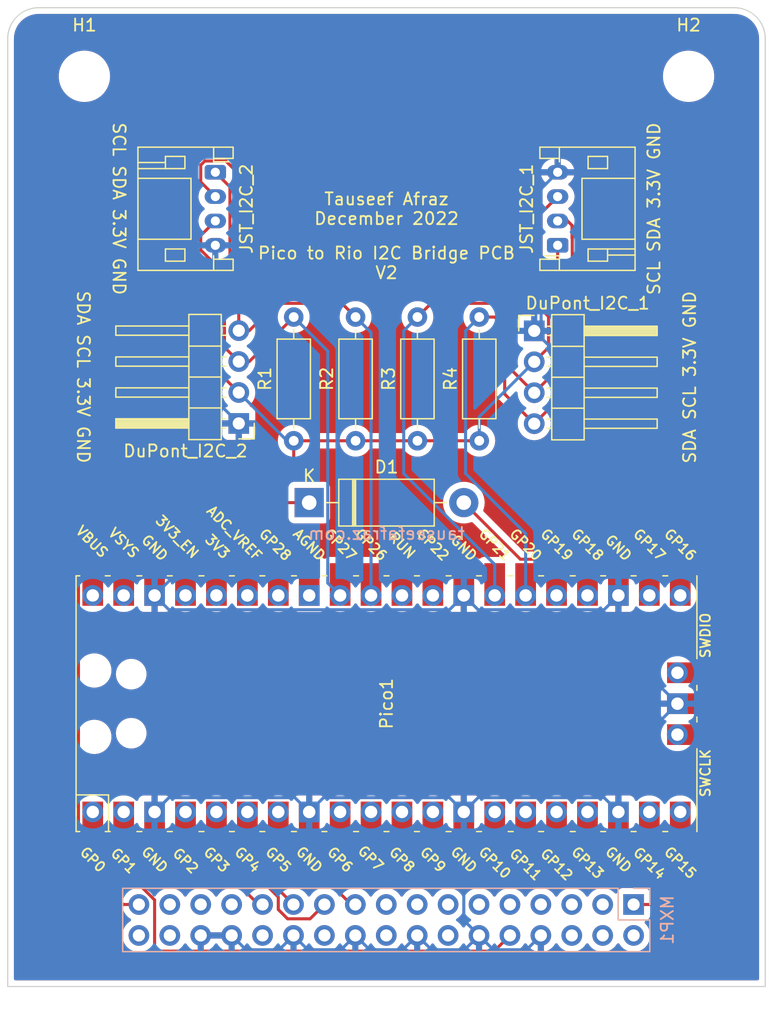
<source format=kicad_pcb>
(kicad_pcb (version 20221018) (generator pcbnew)
  (layers (0 "F.Cu" signal) (31 "B.Cu" signal) (34 "B.Paste" user) (35 "F.Paste" user) (36 "B.SilkS" user "B.Silkscreen") (37 "F.SilkS" user "F.Silkscreen") (38 "B.Mask" user) (39 "F.Mask" user) (44 "Edge.Cuts" user))
  (net 0 "")
  (net 1 "+5V")
  (net 2 "Net-(D1-Pad1)")
  (net 3 "GND")
  (net 4 "+3.3V")
  (net 5 "/SCL1")
  (net 6 "/SDA1")
  (net 7 "/SCL2")
  (net 8 "/SDA2")
  (net 16 "/RIO_RX")
  (net 23 "/S_CS")
  (net 24 "/SCLK")
  (net 26 "/CIPO")
  (net 27 "/COPI")
  (footprint "MountingHole:MountingHole_3.2mm_M3" (layer "F.Cu") (at 181.0258 71.035)
    (fp_text reference "H2" (at 0 -4.2) (layer "F.SilkS"))
    (fp_text value "MountingHole")
    (pad "" np_thru_hole circle (at 0 0) (size 3.2 3.2) (drill 3.2) (layers "*.Cu" "*.Mask"))
  )
  (footprint "Resistor_THT:R_Axial_DIN0207_L6.3mm_D2.5mm_P10.16mm_Horizontal" (layer "F.Cu") (at 153.67 100.965 90)
    (fp_text reference "R2" (at 5.08 -2.37 90) (layer "F.SilkS"))
    (fp_text value "R")
    (pad "1" thru_hole circle (at 0 0 90) (size 1.6 1.6) (drill 0.8) (layers "*.Cu" "*.Mask") (net 4 "+3.3V"))
    (pad "2" thru_hole oval (at 10.16 0 90) (size 1.6 1.6) (drill 0.8) (layers "*.Cu" "*.Mask") (net 8 "/SDA2"))
  )
  (footprint "Connector_PinHeader_2.54mm:PinHeader_1x04_P2.54mm_Horizontal" (layer "F.Cu") (at 168.345 91.94)
    (fp_text reference "DuPont_I2C_1" (at 4.385 -2.27) (layer "F.SilkS"))
    (fp_text value "Conn_01x04_Male")
    (pad "1" thru_hole rect (at 0 0) (size 1.7 1.7) (drill 1) (layers "*.Cu" "*.Mask") (net 3 "GND"))
    (pad "2" thru_hole oval (at 0 2.54) (size 1.7 1.7) (drill 1) (layers "*.Cu" "*.Mask") (net 4 "+3.3V"))
    (pad "3" thru_hole oval (at 0 5.08) (size 1.7 1.7) (drill 1) (layers "*.Cu" "*.Mask") (net 5 "/SCL1"))
    (pad "4" thru_hole oval (at 0 7.62) (size 1.7 1.7) (drill 1) (layers "*.Cu" "*.Mask") (net 6 "/SDA1"))
  )
  (footprint "MountingHole:MountingHole_3.2mm_M3" (layer "F.Cu") (at 131.3942 71.035)
    (fp_text reference "H1" (at 0 -4.2) (layer "F.SilkS"))
    (fp_text value "MountingHole")
    (pad "" np_thru_hole circle (at 0 0) (size 3.2 3.2) (drill 3.2) (layers "*.Cu" "*.Mask"))
  )
  (footprint "Resistor_THT:R_Axial_DIN0207_L6.3mm_D2.5mm_P10.16mm_Horizontal" (layer "F.Cu") (at 163.83 100.965 90)
    (fp_text reference "R4" (at 5.08 -2.37 90) (layer "F.SilkS"))
    (fp_text value "R")
    (pad "1" thru_hole circle (at 0 0 90) (size 1.6 1.6) (drill 0.8) (layers "*.Cu" "*.Mask") (net 4 "+3.3V"))
    (pad "2" thru_hole oval (at 10.16 0 90) (size 1.6 1.6) (drill 0.8) (layers "*.Cu" "*.Mask") (net 6 "/SDA1"))
  )
  (footprint "Connector_JST:JST_PH_S4B-PH-K_1x04_P2.00mm_Horizontal" (layer "F.Cu") (at 142.15 78.915 -90)
    (fp_text reference "JST_I2C_2" (at 3 -2.55 90) (layer "F.SilkS"))
    (fp_text value "Conn_01x04_Male")
    (pad "1" thru_hole roundrect (at 0 0 270) (size 1.2 1.75) (drill 0.75) (layers "*.Cu" "*.Mask") (roundrect_rratio 0.2083333333) (net 7 "/SCL2"))
    (pad "2" thru_hole oval (at 2 0 270) (size 1.2 1.75) (drill 0.75) (layers "*.Cu" "*.Mask") (net 8 "/SDA2"))
    (pad "3" thru_hole oval (at 4 0 270) (size 1.2 1.75) (drill 0.75) (layers "*.Cu" "*.Mask") (net 4 "+3.3V"))
    (pad "4" thru_hole oval (at 6 0 270) (size 1.2 1.75) (drill 0.75) (layers "*.Cu" "*.Mask") (net 3 "GND"))
  )
  (footprint "MCU_RaspberryPi_and_Boards:RPi_Pico_SMD_TH" (layer "F.Cu") (at 156.21 122.555 90)
    (fp_text reference "Pico1" (at 0 0 90) (layer "F.SilkS"))
    (fp_text value "Pico")
    (fp_text user "GND" (at -12.8 6.35 135) (layer "F.SilkS") (effects (font (size 0.8 0.8))))
    (fp_text user "GP3" (at -12.8 -13.97 135) (layer "F.SilkS") (effects (font (size 0.8 0.8))))
    (fp_text user "GND" (at 12.8 6.35 135) (layer "F.SilkS") (effects (font (size 0.8 0.8))))
    (fp_text user "GP21" (at 13.054 8.9 135) (layer "F.SilkS") (effects (font (size 0.8 0.8))))
    (fp_text user "GP28" (at 13.054 -9.144 135) (layer "F.SilkS") (effects (font (size 0.8 0.8))))
    (fp_text user "GP16" (at 13.054 24.13 135) (layer "F.SilkS") (effects (font (size 0.8 0.8))))
    (fp_text user "SWDIO" (at 5.6 26.2 90) (layer "F.SilkS") (effects (font (size 0.8 0.8))))
    (fp_text user "GP18" (at 13.054 16.51 135) (layer "F.SilkS") (effects (font (size 0.8 0.8))))
    (fp_text user "GP5" (at -12.8 -8.89 135) (layer "F.SilkS") (effects (font (size 0.8 0.8))))
    (fp_text user "AGND" (at 13.054 -6.35 135) (layer "F.SilkS") (effects (font (size 0.8 0.8))))
    (fp_text user "GP11" (at -13.2 11.43 135) (layer "F.SilkS") (effects (font (size 0.8 0.8))))
    (fp_text user "3V3" (at 12.9 -13.9 135) (layer "F.SilkS") (effects (font (size 0.8 0.8))))
    (fp_text user "GP20" (at 13.054 11.43 135) (layer "F.SilkS") (effects (font (size 0.8 0.8))))
    (fp_text user "GP26" (at 13.054 -1.27 135) (layer "F.SilkS") (effects (font (size 0.8 0.8))))
    (fp_text user "RUN" (at 13 1.27 135) (layer "F.SilkS") (effects (font (size 0.8 0.8))))
    (fp_text user "GP12" (at -13.2 13.97 135) (layer "F.SilkS") (effects (font (size 0.8 0.8))))
    (fp_text user "GP9" (at -12.8 3.81 135) (layer "F.SilkS") (effects (font (size 0.8 0.8))))
    (fp_text user "GND" (at -12.8 19.05 135) (layer "F.SilkS") (effects (font (size 0.8 0.8))))
    (fp_text user "GP22" (at 13.054 3.81 135) (layer "F.SilkS") (effects (font (size 0.8 0.8))))
    (fp_text user "GP17" (at 13.054 21.59 135) (layer "F.SilkS") (effects (font (size 0.8 0.8))))
    (fp_text user "GP10" (at -13.054 8.89 135) (layer "F.SilkS") (effects (font (size 0.8 0.8))))
    (fp_text user "GP15" (at -13.054 24.13 135) (layer "F.SilkS") (effects (font (size 0.8 0.8))))
    (fp_text user "GND" (at -12.8 -19.05 135) (layer "F.SilkS") (effects (font (size 0.8 0.8))))
    (fp_text user "3V3_EN" (at 13.7 -17.2 135) (layer "F.SilkS") (effects (font (size 0.8 0.8))))
    (fp_text user "GND" (at 12.8 -19.05 135) (layer "F.SilkS") (effects (font (size 0.8 0.8))))
    (fp_text user "ADC_VREF" (at 14 -12.5 135) (layer "F.SilkS") (effects (font (size 0.8 0.8))))
    (fp_text user "GP13" (at -13.054 16.51 135) (layer "F.SilkS") (effects (font (size 0.8 0.8))))
    (fp_text user "GP7" (at -12.7 -1.3 135) (layer "F.SilkS") (effects (font (size 0.8 0.8))))
    (fp_text user "GP14" (at -13.1 21.59 135) (layer "F.SilkS") (effects (font (size 0.8 0.8))))
    (fp_text user "GP19" (at 13.054 13.97 135) (layer "F.SilkS") (effects (font (size 0.8 0.8))))
    (fp_text user "GP1" (at -12.9 -21.6 135) (layer "F.SilkS") (effects (font (size 0.8 0.8))))
    (fp_text user "GP6" (at -12.8 -3.81 135) (layer "F.SilkS") (effects (font (size 0.8 0.8))))
    (fp_text user "GP27" (at 13.054 -3.8 135) (layer "F.SilkS") (effects (font (size 0.8 0.8))))
    (fp_text user "GP4" (at -12.8 -11.43 135) (layer "F.SilkS") (effects (font (size 0.8 0.8))))
    (fp_text user "SWCLK" (at -5.7 26.2 90) (layer "F.SilkS") (effects (font (size 0.8 0.8))))
    (fp_text user "VBUS" (at 13.3 -24.2 135) (layer "F.SilkS") (effects (font (size 0.8 0.8))))
    (fp_text user "GP0" (at -12.8 -24.13 135) (layer "F.SilkS") (effects (font (size 0.8 0.8))))
    (fp_text user "GP2" (at -12.9 -16.51 135) (layer "F.SilkS") (effects (font (size 0.8 0.8))))
    (fp_text user "GP8" (at -12.8 1.27 135) (layer "F.SilkS") (effects (font (size 0.8 0.8))))
    (fp_text user "GND" (at 12.8 19.05 135) (layer "F.SilkS") (effects (font (size 0.8 0.8))))
    (fp_text user "VSYS" (at 13.2 -21.59 135) (layer "F.SilkS") (effects (font (size 0.8 0.8))))
    (fp_text user "GND" (at -12.8 -6.35 135) (layer "F.SilkS") (effects (font (size 0.8 0.8))))
    (pad "" np_thru_hole oval (at -2.725 -24 90) (size 1.8 1.8) (drill 1.8) (layers "*.Cu" "*.Mask"))
    (pad "" np_thru_hole oval (at -2.425 -20.97 90) (size 1.5 1.5) (drill 1.5) (layers "*.Cu" "*.Mask"))
    (pad "" np_thru_hole oval (at 2.425 -20.97 90) (size 1.5 1.5) (drill 1.5) (layers "*.Cu" "*.Mask"))
    (pad "" np_thru_hole oval (at 2.725 -24 90) (size 1.8 1.8) (drill 1.8) (layers "*.Cu" "*.Mask"))
    (pad "1" thru_hole oval (at -8.89 -24.13 90) (size 1.7 1.7) (drill 1.02) (layers "*.Cu" "*.Mask"))
    (pad "1" smd rect (at -8.89 -24.13 90) (size 3.5 1.7) (drill (offset -0.9 0)) (layers "F.Cu" "F.Mask"))
    (pad "2" thru_hole oval (at -8.89 -21.59 90) (size 1.7 1.7) (drill 1.02) (layers "*.Cu" "*.Mask") (net 16 "/RIO_RX"))
    (pad "2" smd rect (at -8.89 -21.59 90) (size 3.5 1.7) (drill (offset -0.9 0)) (layers "F.Cu" "F.Mask") (net 16 "/RIO_RX"))
    (pad "3" thru_hole rect (at -8.89 -19.05 90) (size 1.7 1.7) (drill 1.02) (layers "*.Cu" "*.Mask") (net 3 "GND"))
    (pad "3" smd rect (at -8.89 -19.05 90) (size 3.5 1.7) (drill (offset -0.9 0)) (layers "F.Cu" "F.Mask") (net 3 "GND"))
    (pad "4" thru_hole oval (at -8.89 -16.51 90) (size 1.7 1.7) (drill 1.02) (layers "*.Cu" "*.Mask") (net 27 "/COPI"))
    (pad "4" smd rect (at -8.89 -16.51 90) (size 3.5 1.7) (drill (offset -0.9 0)) (layers "F.Cu" "F.Mask") (net 27 "/COPI"))
    (pad "5" thru_hole oval (at -8.89 -13.97 90) (size 1.7 1.7) (drill 1.02) (layers "*.Cu" "*.Mask") (net 24 "/SCLK"))
    (pad "5" smd rect (at -8.89 -13.97 90) (size 3.5 1.7) (drill (offset -0.9 0)) (layers "F.Cu" "F.Mask") (net 24 "/SCLK"))
    (pad "6" thru_hole oval (at -8.89 -11.43 90) (size 1.7 1.7) (drill 1.02) (layers "*.Cu" "*.Mask") (net 26 "/CIPO"))
    (pad "6" smd rect (at -8.89 -11.43 90) (size 3.5 1.7) (drill (offset -0.9 0)) (layers "F.Cu" "F.Mask") (net 26 "/CIPO"))
    (pad "7" thru_hole oval (at -8.89 -8.89 90) (size 1.7 1.7) (drill 1.02) (layers "*.Cu" "*.Mask") (net 23 "/S_CS"))
    (pad "7" smd rect (at -8.89 -8.89 90) (size 3.5 1.7) (drill (offset -0.9 0)) (layers "F.Cu" "F.Mask") (net 23 "/S_CS"))
    (pad "8" thru_hole rect (at -8.89 -6.35 90) (size 1.7 1.7) (drill 1.02) (layers "*.Cu" "*.Mask") (net 3 "GND"))
    (pad "8" smd rect (at -8.89 -6.35 90) (size 3.5 1.7) (drill (offset -0.9 0)) (layers "F.Cu" "F.Mask") (net 3 "GND"))
    (pad "9" thru_hole oval (at -8.89 -3.81 90) (size 1.7 1.7) (drill 1.02) (layers "*.Cu" "*.Mask"))
    (pad "9" smd rect (at -8.89 -3.81 90) (size 3.5 1.7) (drill (offset -0.9 0)) (layers "F.Cu" "F.Mask"))
    (pad "10" thru_hole oval (at -8.89 -1.27 90) (size 1.7 1.7) (drill 1.02) (layers "*.Cu" "*.Mask"))
    (pad "10" smd rect (at -8.89 -1.27 90) (size 3.5 1.7) (drill (offset -0.9 0)) (layers "F.Cu" "F.Mask"))
    (pad "11" thru_hole oval (at -8.89 1.27 90) (size 1.7 1.7) (drill 1.02) (layers "*.Cu" "*.Mask"))
    (pad "11" smd rect (at -8.89 1.27 90) (size 3.5 1.7) (drill (offset -0.9 0)) (layers "F.Cu" "F.Mask"))
    (pad "12" thru_hole oval (at -8.89 3.81 90) (size 1.7 1.7) (drill 1.02) (layers "*.Cu" "*.Mask"))
    (pad "12" smd rect (at -8.89 3.81 90) (size 3.5 1.7) (drill (offset -0.9 0)) (layers "F.Cu" "F.Mask"))
    (pad "13" thru_hole rect (at -8.89 6.35 90) (size 1.7 1.7) (drill 1.02) (layers "*.Cu" "*.Mask") (net 3 "GND"))
    (pad "13" smd rect (at -8.89 6.35 90) (size 3.5 1.7) (drill (offset -0.9 0)) (layers "F.Cu" "F.Mask") (net 3 "GND"))
    (pad "14" thru_hole oval (at -8.89 8.89 90) (size 1.7 1.7) (drill 1.02) (layers "*.Cu" "*.Mask"))
    (pad "14" smd rect (at -8.89 8.89 90) (size 3.5 1.7) (drill (offset -0.9 0)) (layers "F.Cu" "F.Mask"))
    (pad "15" thru_hole oval (at -8.89 11.43 90) (size 1.7 1.7) (drill 1.02) (layers "*.Cu" "*.Mask"))
    (pad "15" smd rect (at -8.89 11.43 90) (size 3.5 1.7) (drill (offset -0.9 0)) (layers "F.Cu" "F.Mask"))
    (pad "16" thru_hole oval (at -8.89 13.97 90) (size 1.7 1.7) (drill 1.02) (layers "*.Cu" "*.Mask"))
    (pad "16" smd rect (at -8.89 13.97 90) (size 3.5 1.7) (drill (offset -0.9 0)) (layers "F.Cu" "F.Mask"))
    (pad "17" thru_hole oval (at -8.89 16.51 90) (size 1.7 1.7) (drill 1.02) (layers "*.Cu" "*.Mask"))
    (pad "17" smd rect (at -8.89 16.51 90) (size 3.5 1.7) (drill (offset -0.9 0)) (layers "F.Cu" "F.Mask"))
    (pad "18" thru_hole rect (at -8.89 19.05 90) (size 1.7 1.7) (drill 1.02) (layers "*.Cu" "*.Mask") (net 3 "GND"))
    (pad "18" smd rect (at -8.89 19.05 90) (size 3.5 1.7) (drill (offset -0.9 0)) (layers "F.Cu" "F.Mask") (net 3 "GND"))
    (pad "19" thru_hole oval (at -8.89 21.59 90) (size 1.7 1.7) (drill 1.02) (layers "*.Cu" "*.Mask"))
    (pad "19" smd rect (at -8.89 21.59 90) (size 3.5 1.7) (drill (offset -0.9 0)) (layers "F.Cu" "F.Mask"))
    (pad "20" thru_hole oval (at -8.89 24.13 90) (size 1.7 1.7) (drill 1.02) (layers "*.Cu" "*.Mask"))
    (pad "20" smd rect (at -8.89 24.13 90) (size 3.5 1.7) (drill (offset -0.9 0)) (layers "F.Cu" "F.Mask"))
    (pad "21" thru_hole oval (at 8.89 24.13 90) (size 1.7 1.7) (drill 1.02) (layers "*.Cu" "*.Mask"))
    (pad "21" smd rect (at 8.89 24.13 90) (size 3.5 1.7) (drill (offset 0.9 0)) (layers "F.Cu" "F.Mask"))
    (pad "22" thru_hole oval (at 8.89 21.59 90) (size 1.7 1.7) (drill 1.02) (layers "*.Cu" "*.Mask"))
    (pad "22" smd rect (at 8.89 21.59 90) (size 3.5 1.7) (drill (offset 0.9 0)) (layers "F.Cu" "F.Mask"))
    (pad "23" thru_hole rect (at 8.89 19.05 90) (size 1.7 1.7) (drill 1.02) (layers "*.Cu" "*.Mask") (net 3 "GND"))
    (pad "23" smd rect (at 8.89 19.05 90) (size 3.5 1.7) (drill (offset 0.9 0)) (layers "F.Cu" "F.Mask") (net 3 "GND"))
    (pad "24" thru_hole oval (at 8.89 16.51 90) (size 1.7 1.7) (drill 1.02) (layers "*.Cu" "*.Mask"))
    (pad "24" smd rect (at 8.89 16.51 90) (size 3.5 1.7) (drill (offset 0.9 0)) (layers "F.Cu" "F.Mask"))
    (pad "25" thru_hole oval (at 8.89 13.97 90) (size 1.7 1.7) (drill 1.02) (layers "*.Cu" "*.Mask"))
    (pad "25" smd rect (at 8.89 13.97 90) (size 3.5 1.7) (drill (offset 0.9 0)) (layers "F.Cu" "F.Mask"))
    (pad "26" thru_hole oval (at 8.89 11.43 90) (size 1.7 1.7) (drill 1.02) (layers "*.Cu" "*.Mask") (net 6 "/SDA1"))
    (pad "26" smd rect (at 8.89 11.43 90) (size 3.5 1.7) (drill (offset 0.9 0)) (layers "F.Cu" "F.Mask") (net 6 "/SDA1"))
    (pad "27" thru_hole oval (at 8.89 8.89 90) (size 1.7 1.7) (drill 1.02) (layers "*.Cu" "*.Mask") (net 5 "/SCL1"))
    (pad "27" smd rect (at 8.89 8.89 90) (size 3.5 1.7) (drill (offset 0.9 0)) (layers "F.Cu" "F.Mask") (net 5 "/SCL1"))
    (pad "28" thru_hole rect (at 8.89 6.35 90) (size 1.7 1.7) (drill 1.02) (layers "*.Cu" "*.Mask") (net 3 "GND"))
    (pad "28" smd rect (at 8.89 6.35 90) (size 3.5 1.7) (drill (offset 0.9 0)) (layers "F.Cu" "F.Mask") (net 3 "GND"))
    (pad "29" thru_hole oval (at 8.89 3.81 90) (size 1.7 1.7) (drill 1.02) (layers "*.Cu" "*.Mask"))
    (pad "29" smd rect (at 8.89 3.81 90) (size 3.5 1.7) (drill (offset 0.9 0)) (layers "F.Cu" "F.Mask"))
    (pad "30" thru_hole oval (at 8.89 1.27 90) (size 1.7 1.7) (drill 1.02) (layers "*.Cu" "*.Mask"))
    (pad "30" smd rect (at 8.89 1.27 90) (size 3.5 1.7) (drill (offset 0.9 0)) (layers "F.Cu" "F.Mask"))
    (pad "31" thru_hole oval (at 8.89 -1.27 90) (size 1.7 1.7) (drill 1.02) (layers "*.Cu" "*.Mask") (net 8 "/SDA2"))
    (pad "31" smd rect (at 8.89 -1.27 90) (size 3.5 1.7) (drill (offset 0.9 0)) (layers "F.Cu" "F.Mask") (net 8 "/SDA2"))
    (pad "32" thru_hole oval (at 8.89 -3.81 90) (size 1.7 1.7) (drill 1.02) (layers "*.Cu" "*.Mask") (net 7 "/SCL2"))
    (pad "32" smd rect (at 8.89 -3.81 90) (size 3.5 1.7) (drill (offset 0.9 0)) (layers "F.Cu" "F.Mask") (net 7 "/SCL2"))
    (pad "33" thru_hole rect (at 8.89 -6.35 90) (size 1.7 1.7) (drill 1.02) (layers "*.Cu" "*.Mask"))
    (pad "33" smd rect (at 8.89 -6.35 90) (size 3.5 1.7) (drill (offset 0.9 0)) (layers "F.Cu" "F.Mask"))
    (pad "34" thru_hole oval (at 8.89 -8.89 90) (size 1.7 1.7) (drill 1.02) (layers "*.Cu" "*.Mask"))
    (pad "34" smd rect (at 8.89 -8.89 90) (size 3.5 1.7) (drill (offset 0.9 0)) (layers "F.Cu" "F.Mask"))
    (pad "35" thru_hole oval (at 8.89 -11.43 90) (size 1.7 1.7) (drill 1.02) (layers "*.Cu" "*.Mask"))
    (pad "35" smd rect (at 8.89 -11.43 90) (size 3.5 1.7) (drill (offset 0.9 0)) (layers "F.Cu" "F.Mask"))
    (pad "36" thru_hole oval (at 8.89 -13.97 90) (size 1.7 1.7) (drill 1.02) (layers "*.Cu" "*.Mask"))
    (pad "36" smd rect (at 8.89 -13.97 90) (size 3.5 1.7) (drill (offset 0.9 0)) (layers "F.Cu" "F.Mask"))
    (pad "37" thru_hole oval (at 8.89 -16.51 90) (size 1.7 1.7) (drill 1.02) (layers "*.Cu" "*.Mask"))
    (pad "37" smd rect (at 8.89 -16.51 90) (size 3.5 1.7) (drill (offset 0.9 0)) (layers "F.Cu" "F.Mask"))
    (pad "38" thru_hole rect (at 8.89 -19.05 90) (size 1.7 1.7) (drill 1.02) (layers "*.Cu" "*.Mask") (net 3 "GND"))
    (pad "38" smd rect (at 8.89 -19.05 90) (size 3.5 1.7) (drill (offset 0.9 0)) (layers "F.Cu" "F.Mask") (net 3 "GND"))
    (pad "39" thru_hole oval (at 8.89 -21.59 90) (size 1.7 1.7) (drill 1.02) (layers "*.Cu" "*.Mask") (net 2 "Net-(D1-Pad1)"))
    (pad "39" smd rect (at 8.89 -21.59 90) (size 3.5 1.7) (drill (offset 0.9 0)) (layers "F.Cu" "F.Mask") (net 2 "Net-(D1-Pad1)"))
    (pad "40" thru_hole oval (at 8.89 -24.13 90) (size 1.7 1.7) (drill 1.02) (layers "*.Cu" "*.Mask"))
    (pad "40" smd rect (at 8.89 -24.13 90) (size 3.5 1.7) (drill (offset 0.9 0)) (layers "F.Cu" "F.Mask"))
    (pad "41" thru_hole oval (at -2.54 23.9 90) (size 1.7 1.7) (drill 1.02) (layers "*.Cu" "*.Mask"))
    (pad "41" smd rect (at -2.54 23.9 180) (size 3.5 1.7) (drill (offset -0.9 0)) (layers "F.Cu" "F.Mask"))
    (pad "42" thru_hole rect (at 0 23.9 90) (size 1.7 1.7) (drill 1.02) (layers "*.Cu" "*.Mask") (net 3 "GND"))
    (pad "42" smd rect (at 0 23.9 180) (size 3.5 1.7) (drill (offset -0.9 0)) (layers "F.Cu" "F.Mask") (net 3 "GND"))
    (pad "43" thru_hole oval (at 2.54 23.9 90) (size 1.7 1.7) (drill 1.02) (layers "*.Cu" "*.Mask"))
    (pad "43" smd rect (at 2.54 23.9 180) (size 3.5 1.7) (drill (offset -0.9 0)) (layers "F.Cu" "F.Mask"))
  )
  (footprint "Diode_THT:D_DO-15_P12.70mm_Horizontal" (layer "F.Cu") (at 149.86 106.045)
    (fp_text reference "D1" (at 6.35 -2.92) (layer "F.SilkS"))
    (fp_text value "D")
    (fp_text user "K" (at 0 -2.2) (layer "F.SilkS"))
    (pad "1" thru_hole rect (at 0 0) (size 2.4 2.4) (drill 1.2) (layers "*.Cu" "*.Mask") (net 2 "Net-(D1-Pad1)"))
    (pad "2" thru_hole oval (at 12.7 0) (size 2.4 2.4) (drill 1.2) (layers "*.Cu" "*.Mask") (net 1 "+5V"))
  )
  (footprint "Connector_PinHeader_2.54mm:PinHeader_1x04_P2.54mm_Horizontal" (layer "F.Cu") (at 144.075 99.54 180)
    (fp_text reference "DuPont_I2C_2" (at 4.385 -2.27) (layer "F.SilkS"))
    (fp_text value "Conn_01x04_Male")
    (pad "1" thru_hole rect (at 0 0 180) (size 1.7 1.7) (drill 1) (layers "*.Cu" "*.Mask") (net 3 "GND"))
    (pad "2" thru_hole oval (at 0 2.54 180) (size 1.7 1.7) (drill 1) (layers "*.Cu" "*.Mask") (net 4 "+3.3V"))
    (pad "3" thru_hole oval (at 0 5.08 180) (size 1.7 1.7) (drill 1) (layers "*.Cu" "*.Mask") (net 7 "/SCL2"))
    (pad "4" thru_hole oval (at 0 7.62 180) (size 1.7 1.7) (drill 1) (layers "*.Cu" "*.Mask") (net 8 "/SDA2"))
  )
  (footprint "Resistor_THT:R_Axial_DIN0207_L6.3mm_D2.5mm_P10.16mm_Horizontal" (layer "F.Cu") (at 158.75 100.965 90)
    (fp_text reference "R3" (at 5.08 -2.37 90) (layer "F.SilkS"))
    (fp_text value "R")
    (pad "1" thru_hole circle (at 0 0 90) (size 1.6 1.6) (drill 0.8) (layers "*.Cu" "*.Mask") (net 4 "+3.3V"))
    (pad "2" thru_hole oval (at 10.16 0 90) (size 1.6 1.6) (drill 0.8) (layers "*.Cu" "*.Mask") (net 5 "/SCL1"))
  )
  (footprint "Resistor_THT:R_Axial_DIN0207_L6.3mm_D2.5mm_P10.16mm_Horizontal" (layer "F.Cu") (at 148.59 100.965 90)
    (fp_text reference "R1" (at 5.08 -2.37 90) (layer "F.SilkS"))
    (fp_text value "R")
    (pad "1" thru_hole circle (at 0 0 90) (size 1.6 1.6) (drill 0.8) (layers "*.Cu" "*.Mask") (net 4 "+3.3V"))
    (pad "2" thru_hole oval (at 10.16 0 90) (size 1.6 1.6) (drill 0.8) (layers "*.Cu" "*.Mask") (net 7 "/SCL2"))
  )
  (footprint "Connector_JST:JST_PH_S4B-PH-K_1x04_P2.00mm_Horizontal" (layer "F.Cu") (at 170.27 84.915 90)
    (fp_text reference "JST_I2C_1" (at 3 -2.55 90) (layer "F.SilkS"))
    (fp_text value "Conn_01x04_Male")
    (pad "1" thru_hole roundrect (at 0 0 90) (size 1.2 1.75) (drill 0.75) (layers "*.Cu" "*.Mask") (roundrect_rratio 0.2083333333) (net 5 "/SCL1"))
    (pad "2" thru_hole oval (at 2 0 90) (size 1.2 1.75) (drill 0.75) (layers "*.Cu" "*.Mask") (net 6 "/SDA1"))
    (pad "3" thru_hole oval (at 4 0 90) (size 1.2 1.75) (drill 0.75) (layers "*.Cu" "*.Mask") (net 4 "+3.3V"))
    (pad "4" thru_hole oval (at 6 0 90) (size 1.2 1.75) (drill 0.75) (layers "*.Cu" "*.Mask") (net 3 "GND"))
  )
  (footprint "Connector_PinSocket_2.54mm:PinSocket_2x17_P2.54mm_Vertical" (layer "B.Cu") (at 176.51 139.045 90)
    (fp_text reference "MXP1" (at -1.27 2.77 90) (layer "B.SilkS") (effects (justify mirror)))
    (fp_text value "Conn_02x17_Odd_Even")
    (pad "1" thru_hole rect (at 0 0 90) (size 1.7 1.7) (drill 1) (layers "*.Cu" "*.Mask") (net 1 "+5V"))
    (pad "2" thru_hole oval (at -2.54 0 90) (size 1.7 1.7) (drill 1) (layers "*.Cu" "*.Mask"))
    (pad "3" thru_hole oval (at 0 -2.54 90) (size 1.7 1.7) (drill 1) (layers "*.Cu" "*.Mask"))
    (pad "4" thru_hole oval (at -2.54 -2.54 90) (size 1.7 1.7) (drill 1) (layers "*.Cu" "*.Mask"))
    (pad "5" thru_hole oval (at 0 -5.08 90) (size 1.7 1.7) (drill 1) (layers "*.Cu" "*.Mask"))
    (pad "6" thru_hole oval (at -2.54 -5.08 90) (size 1.7 1.7) (drill 1) (layers "*.Cu" "*.Mask"))
    (pad "7" thru_hole oval (at 0 -7.62 90) (size 1.7 1.7) (drill 1) (layers "*.Cu" "*.Mask"))
    (pad "8" thru_hole oval (at -2.54 -7.62 90) (size 1.7 1.7) (drill 1) (layers "*.Cu" "*.Mask") (net 3 "GND"))
    (pad "9" thru_hole oval (at 0 -10.16 90) (size 1.7 1.7) (drill 1) (layers "*.Cu" "*.Mask"))
    (pad "10" thru_hole oval (at -2.54 -10.16 90) (size 1.7 1.7) (drill 1) (layers "*.Cu" "*.Mask") (net 16 "/RIO_RX"))
    (pad "11" thru_hole oval (at 0 -12.7 90) (size 1.7 1.7) (drill 1) (layers "*.Cu" "*.Mask"))
    (pad "12" thru_hole oval (at -2.54 -12.7 90) (size 1.7 1.7) (drill 1) (layers "*.Cu" "*.Mask") (net 3 "GND"))
    (pad "13" thru_hole oval (at 0 -15.24 90) (size 1.7 1.7) (drill 1) (layers "*.Cu" "*.Mask"))
    (pad "14" thru_hole oval (at -2.54 -15.24 90) (size 1.7 1.7) (drill 1) (layers "*.Cu" "*.Mask"))
    (pad "15" thru_hole oval (at 0 -17.78 90) (size 1.7 1.7) (drill 1) (layers "*.Cu" "*.Mask"))
    (pad "16" thru_hole oval (at -2.54 -17.78 90) (size 1.7 1.7) (drill 1) (layers "*.Cu" "*.Mask") (net 3 "GND"))
    (pad "17" thru_hole oval (at 0 -20.32 90) (size 1.7 1.7) (drill 1) (layers "*.Cu" "*.Mask"))
    (pad "18" thru_hole oval (at -2.54 -20.32 90) (size 1.7 1.7) (drill 1) (layers "*.Cu" "*.Mask"))
    (pad "19" thru_hole oval (at 0 -22.86 90) (size 1.7 1.7) (drill 1) (layers "*.Cu" "*.Mask") (net 23 "/S_CS"))
    (pad "20" thru_hole oval (at -2.54 -22.86 90) (size 1.7 1.7) (drill 1) (layers "*.Cu" "*.Mask") (net 3 "GND"))
    (pad "21" thru_hole oval (at 0 -25.4 90) (size 1.7 1.7) (drill 1) (layers "*.Cu" "*.Mask") (net 24 "/SCLK"))
    (pad "22" thru_hole oval (at -2.54 -25.4 90) (size 1.7 1.7) (drill 1) (layers "*.Cu" "*.Mask"))
    (pad "23" thru_hole oval (at 0 -27.94 90) (size 1.7 1.7) (drill 1) (layers "*.Cu" "*.Mask") (net 26 "/CIPO"))
    (pad "24" thru_hole oval (at -2.54 -27.94 90) (size 1.7 1.7) (drill 1) (layers "*.Cu" "*.Mask") (net 3 "GND"))
    (pad "25" thru_hole oval (at 0 -30.48 90) (size 1.7 1.7) (drill 1) (layers "*.Cu" "*.Mask") (net 27 "/COPI"))
    (pad "26" thru_hole oval (at -2.54 -30.48 90) (size 1.7 1.7) (drill 1) (layers "*.Cu" "*.Mask"))
    (pad "27" thru_hole oval (at 0 -33.02 90) (size 1.7 1.7) (drill 1) (layers "*.Cu" "*.Mask"))
    (pad "28" thru_hole oval (at -2.54 -33.02 90) (size 1.7 1.7) (drill 1) (layers "*.Cu" "*.Mask") (net 3 "GND"))
    (pad "29" thru_hole oval (at 0 -35.56 90) (size 1.7 1.7) (drill 1) (layers "*.Cu" "*.Mask"))
    (pad "30" thru_hole oval (at -2.54 -35.56 90) (size 1.7 1.7) (drill 1) (layers "*.Cu" "*.Mask") (net 3 "GND"))
    (pad "31" thru_hole oval (at 0 -38.1 90) (size 1.7 1.7) (drill 1) (layers "*.Cu" "*.Mask"))
    (pad "32" thru_hole oval (at -2.54 -38.1 90) (size 1.7 1.7) (drill 1) (layers "*.Cu" "*.Mask"))
    (pad "33" thru_hole oval (at 0 -40.64 90) (size 1.7 1.7) (drill 1) (layers "*.Cu" "*.Mask") (net 4 "+3.3V"))
    (pad "34" thru_hole oval (at -2.54 -40.64 90) (size 1.7 1.7) (drill 1) (layers "*.Cu" "*.Mask"))
  )
  (gr_arc (start 125.095 67.945) (mid 125.838949 66.148949) (end 127.635 65.405) (stroke (width 0.1)) (layer "Edge.Cuts"))
  (gr_line (start 184.785 65.405) (end 127.635 65.405) (stroke (width 0.1)) (layer "Edge.Cuts"))
  (gr_arc (start 184.785 65.405) (mid 186.581051 66.148949) (end 187.325 67.945) (stroke (width 0.1)) (layer "Edge.Cuts"))
  (gr_line (start 125.095 145.78) (end 125.095 67.945) (stroke (width 0.1)) (layer "Edge.Cuts"))
  (gr_line (start 187.325 67.945) (end 187.325 145.78) (stroke (width 0.1)) (layer "Edge.Cuts"))
  (gr_line (start 187.325 145.78) (end 125.095 145.78) (stroke (width 0.1)) (layer "Edge.Cuts"))
  (gr_text "tauseefafraz.com" (at 156.21 108.585) (layer "B.SilkS") (effects (font (size 1 1)) (justify mirror)))
  (gr_text "Tauseef Afraz\nDecember 2022" (at 156.21 81.915) (layer "F.SilkS") (effects (font (size 1 1))))
  (gr_text "SCL SDA 3.3V GND" (at 178.18 81.915 90) (layer "F.SilkS") (effects (font (size 1 1))))
  (gr_text "SDA SCL 3.3V GND" (at 181.115 95.75 90) (layer "F.SilkS") (effects (font (size 1 1))))
  (gr_text "Pico to Rio I2C Bridge PCB\nV2" (at 156.21 86.36) (layer "F.SilkS") (effects (font (size 1 1))))
  (gr_text "SCL SDA 3.3V GND" (at 134.24 81.915 -90) (layer "F.SilkS") (effects (font (size 1 1))))
  (gr_text "SDA SCL 3.3V GND" (at 131.305 95.73 -90) (layer "F.SilkS") (effects (font (size 1 1))))
  (segment (start 183.085 136.32) (end 180.36 139.045) (width 0.25) (layer "F.Cu") (net 1))
  (segment (start 181.515 110.69) (end 183.085 112.26) (width 0.25) (layer "F.Cu") (net 1))
  (segment (start 180.36 139.045) (end 176.51 139.045) (width 0.25) (layer "F.Cu") (net 1))
  (segment (start 183.085 112.26) (end 183.085 136.32) (width 0.25) (layer "F.Cu") (net 1))
  (segment (start 167.205 110.69) (end 181.515 110.69) (width 0.25) (layer "F.Cu") (net 1))
  (segment (start 162.56 106.045) (end 167.205 110.69) (width 0.25) (layer "F.Cu") (net 1))
  (segment (start 134.62 112.055) (end 134.62 113.665) (width 0.25) (layer "F.Cu") (net 2))
  (segment (start 140.63 106.045) (end 134.62 112.055) (width 0.25) (layer "F.Cu") (net 2))
  (segment (start 149.86 106.045) (end 140.63 106.045) (width 0.25) (layer "F.Cu") (net 2))
  (segment (start 174.085 130.27) (end 163.735 130.27) (width 0.25) (layer "B.Cu") (net 3))
  (segment (start 175.26 131.445) (end 174.085 130.27) (width 0.25) (layer "B.Cu") (net 3))
  (segment (start 137.16 113.665) (end 138.335 114.84) (width 0.25) (layer "B.Cu") (net 3))
  (segment (start 175.26 113.665) (end 175.26 117.705) (width 0.25) (layer "B.Cu") (net 3))
  (segment (start 148.685 130.27) (end 138.335 130.27) (width 0.25) (layer "B.Cu") (net 3))
  (segment (start 180.11 122.555) (end 175.26 127.405) (width 0.25) (layer "B.Cu") (net 3))
  (segment (start 174.085 114.84) (end 175.26 113.665) (width 0.25) (layer "B.Cu") (net 3))
  (segment (start 161.385 130.27) (end 151.035 130.27) (width 0.25) (layer "B.Cu") (net 3))
  (segment (start 175.26 117.705) (end 180.11 122.555) (width 0.25) (layer "B.Cu") (net 3))
  (segment (start 163.735 130.27) (end 162.56 131.445) (width 0.25) (layer "B.Cu") (net 3))
  (segment (start 164.985 142.76) (end 167.715 142.76) (width 0.25) (layer "B.Cu") (net 3))
  (segment (start 148.57 141.585) (end 149.745 142.76) (width 0.25) (layer "B.Cu") (net 3))
  (segment (start 140.95 141.585) (end 143.49 141.585) (width 0.25) (layer "B.Cu") (net 3))
  (segment (start 151.035 130.27) (end 149.86 131.445) (width 0.25) (layer "B.Cu") (net 3))
  (segment (start 167.715 142.76) (end 168.89 141.585) (width 0.25) (layer "B.Cu") (net 3))
  (segment (start 163.735 114.84) (end 174.085 114.84) (width 0.25) (layer "B.Cu") (net 3))
  (segment (start 142.15 97.615) (end 144.075 99.54) (width 0.25) (layer "B.Cu") (net 3))
  (segment (start 175.26 98.855) (end 175.26 113.665) (width 0.25) (layer "B.Cu") (net 3))
  (segment (start 168.345 91.94) (end 168.91 91.375) (width 0.25) (layer "B.Cu") (net 3))
  (segment (start 168.345 91.94) (end 175.26 98.855) (width 0.25) (layer "B.Cu") (net 3))
  (segment (start 152.475 142.76) (end 153.65 141.585) (width 0.25) (layer "B.Cu") (net 3))
  (segment (start 144.665 142.76) (end 147.395 142.76) (width 0.25) (layer "B.Cu") (net 3))
  (segment (start 168.91 80.275) (end 170.27 78.915) (width 0.25) (layer "B.Cu") (net 3))
  (segment (start 162.56 131.445) (end 162.56 140.335) (width 0.25) (layer "B.Cu") (net 3))
  (segment (start 144.075 99.54) (end 144.075 106.75) (width 0.25) (layer "B.Cu") (net 3))
  (segment (start 154.825 142.76) (end 157.555 142.76) (width 0.25) (layer "B.Cu") (net 3))
  (segment (start 149.745 142.76) (end 152.475 142.76) (width 0.25) (layer "B.Cu") (net 3))
  (segment (start 143.49 141.585) (end 144.665 142.76) (width 0.25) (layer "B.Cu") (net 3))
  (segment (start 162.635 142.76) (end 163.81 141.585) (width 0.25) (layer "B.Cu") (net 3))
  (segment (start 142.15 84.915) (end 142.15 97.615) (width 0.25) (layer "B.Cu") (net 3))
  (segment (start 144.075 106.75) (end 137.16 113.665) (width 0.25) (layer "B.Cu") (net 3))
  (segment (start 161.385 114.84) (end 162.56 113.665) (width 0.25) (layer "B.Cu") (net 3))
  (segment (start 149.86 131.445) (end 148.685 130.27) (width 0.25) (layer "B.Cu") (net 3))
  (segment (start 168.91 91.375) (end 168.91 80.275) (width 0.25) (layer "B.Cu") (net 3))
  (segment (start 138.335 114.84) (end 161.385 114.84) (width 0.25) (layer "B.Cu") (net 3))
  (segment (start 175.26 127.405) (end 175.26 131.445) (width 0.25) (layer "B.Cu") (net 3))
  (segment (start 162.56 113.665) (end 163.735 114.84) (width 0.25) (layer "B.Cu") (net 3))
  (segment (start 162.56 140.335) (end 163.81 141.585) (width 0.25) (layer "B.Cu") (net 3))
  (segment (start 159.905 142.76) (end 162.635 142.76) (width 0.25) (layer "B.Cu") (net 3))
  (segment (start 138.335 130.27) (end 137.16 131.445) (width 0.25) (layer "B.Cu") (net 3))
  (segment (start 163.81 141.585) (end 164.985 142.76) (width 0.25) (layer "B.Cu") (net 3))
  (segment (start 162.56 131.445) (end 161.385 130.27) (width 0.25) (layer "B.Cu") (net 3))
  (segment (start 147.395 142.76) (end 148.57 141.585) (width 0.25) (layer "B.Cu") (net 3))
  (segment (start 157.555 142.76) (end 158.73 141.585) (width 0.25) (layer "B.Cu") (net 3))
  (segment (start 158.73 141.585) (end 159.905 142.76) (width 0.25) (layer "B.Cu") (net 3))
  (segment (start 153.65 141.585) (end 154.825 142.76) (width 0.25) (layer "B.Cu") (net 3))
  (segment (start 140.443604 105.595) (end 135.348604 110.69) (width 0.25) (layer "F.Cu") (net 4))
  (segment (start 148.59 100.965) (end 148.59 103.505) (width 0.25) (layer "F.Cu") (net 4))
  (segment (start 168.91 82.275) (end 170.27 80.915) (width 0.25) (layer "F.Cu") (net 4))
  (segment (start 142.24 86.588148) (end 140.95 85.298148) (width 0.25) (layer "F.Cu") (net 4))
  (segment (start 144.075 97) (end 142.24 95.165) (width 0.25) (layer "F.Cu") (net 4))
  (segment (start 148.59 103.505) (end 146.5 105.595) (width 0.25) (layer "F.Cu") (net 4))
  (segment (start 168.91 90.155) (end 168.91 82.275) (width 0.25) (layer "F.Cu") (net 4))
  (segment (start 140.95 84.115) (end 142.15 82.915) (width 0.25) (layer "F.Cu") (net 4))
  (segment (start 169.52 90.765) (end 168.91 90.155) (width 0.25) (layer "F.Cu") (net 4))
  (segment (start 140.95 85.298148) (end 140.95 84.115) (width 0.25) (layer "F.Cu") (net 4))
  (segment (start 135.348604 110.69) (end 130.905 110.69) (width 0.25) (layer "F.Cu") (net 4))
  (segment (start 148.59 100.965) (end 163.83 100.965) (width 0.25) (layer "F.Cu") (net 4))
  (segment (start 130.905 110.69) (end 130.905 135.35) (width 0.25) (layer "F.Cu") (net 4))
  (segment (start 168.345 94.48) (end 169.52 93.305) (width 0.25) (layer "F.Cu") (net 4))
  (segment (start 169.52 93.305) (end 169.52 90.765) (width 0.25) (layer "F.Cu") (net 4))
  (segment (start 134.6 139.045) (end 135.87 139.045) (width 0.25) (layer "F.Cu") (net 4))
  (segment (start 142.24 95.165) (end 142.24 86.588148) (width 0.25) (layer "F.Cu") (net 4))
  (segment (start 146.5 105.595) (end 140.443604 105.595) (width 0.25) (layer "F.Cu") (net 4))
  (segment (start 130.905 135.35) (end 134.6 139.045) (width 0.25) (layer "F.Cu") (net 4))
  (segment (start 163.83 98.995) (end 163.83 100.965) (width 0.25) (layer "B.Cu") (net 4))
  (segment (start 148.04 100.965) (end 148.59 100.965) (width 0.25) (layer "B.Cu") (net 4))
  (segment (start 168.345 94.48) (end 163.83 98.995) (width 0.25) (layer "B.Cu") (net 4))
  (segment (start 144.075 97) (end 148.04 100.965) (width 0.25) (layer "B.Cu") (net 4))
  (segment (start 170.27 95.095) (end 170.27 84.915) (width 0.25) (layer "F.Cu") (net 5))
  (segment (start 168.345 97.02) (end 170.27 95.095) (width 0.25) (layer "F.Cu") (net 5))
  (segment (start 166.37 95.045) (end 166.37 90.805) (width 0.25) (layer "F.Cu") (net 5))
  (segment (start 159.875 89.68) (end 158.75 90.805) (width 0.25) (layer "F.Cu") (net 5))
  (segment (start 168.345 97.02) (end 166.37 95.045) (width 0.25) (layer "F.Cu") (net 5))
  (segment (start 166.37 90.805) (end 165.245 89.68) (width 0.25) (layer "F.Cu") (net 5))
  (segment (start 165.245 89.68) (end 159.875 89.68) (width 0.25) (layer "F.Cu") (net 5))
  (segment (start 157.625 91.93) (end 157.625 103.65) (width 0.25) (layer "B.Cu") (net 5))
  (segment (start 157.625 103.65) (end 165.1 111.125) (width 0.25) (layer "B.Cu") (net 5))
  (segment (start 158.75 90.805) (end 157.625 91.93) (width 0.25) (layer "B.Cu") (net 5))
  (segment (start 165.1 111.125) (end 165.1 113.665) (width 0.25) (layer "B.Cu") (net 5))
  (segment (start 171.45 84.306827) (end 171.45 83.28) (width 0.25) (layer "F.Cu") (net 6))
  (segment (start 165.92 91.625) (end 165.92 97.135) (width 0.25) (layer "F.Cu") (net 6))
  (segment (start 171.085 82.915) (end 170.27 82.915) (width 0.25) (layer "F.Cu") (net 6))
  (segment (start 171.47 84.326827) (end 171.45 84.306827) (width 0.25) (layer "F.Cu") (net 6))
  (segment (start 165.1 90.805) (end 165.92 91.625) (width 0.25) (layer "F.Cu") (net 6))
  (segment (start 163.83 90.805) (end 165.1 90.805) (width 0.25) (layer "F.Cu") (net 6))
  (segment (start 165.92 97.135) (end 168.345 99.56) (width 0.25) (layer "F.Cu") (net 6))
  (segment (start 171.45 83.28) (end 171.085 82.915) (width 0.25) (layer "F.Cu") (net 6))
  (segment (start 171.47 96.435) (end 171.47 84.326827) (width 0.25) (layer "F.Cu") (net 6))
  (segment (start 168.345 99.56) (end 171.47 96.435) (width 0.25) (layer "F.Cu") (net 6))
  (segment (start 162.705 103.65) (end 167.64 108.585) (width 0.25) (layer "B.Cu") (net 6))
  (segment (start 163.83 90.805) (end 162.705 91.93) (width 0.25) (layer "B.Cu") (net 6))
  (segment (start 162.705 91.93) (end 162.705 103.65) (width 0.25) (layer "B.Cu") (net 6))
  (segment (start 167.64 108.585) (end 167.64 113.665) (width 0.25) (layer "B.Cu") (net 6))
  (segment (start 142.9 93.285) (end 142.9 86.97) (width 0.25) (layer "F.Cu") (net 7))
  (segment (start 144.935 94.46) (end 144.075 94.46) (width 0.25) (layer "F.Cu") (net 7))
  (segment (start 143.35 86.52) (end 143.35 80.115) (width 0.25) (layer "F.Cu") (net 7))
  (segment (start 143.35 80.115) (end 142.15 78.915) (width 0.25) (layer "F.Cu") (net 7))
  (segment (start 142.9 86.97) (end 143.35 86.52) (width 0.25) (layer "F.Cu") (net 7))
  (segment (start 148.59 90.805) (end 144.935 94.46) (width 0.25) (layer "F.Cu") (net 7))
  (segment (start 144.075 94.46) (end 142.9 93.285) (width 0.25) (layer "F.Cu") (net 7))
  (segment (start 148.59 90.805) (end 151.385 93.6) (width 0.25) (layer "B.Cu") (net 7))
  (segment (start 151.385 93.6) (end 151.385 112.65) (width 0.25) (layer "B.Cu") (net 7))
  (segment (start 151.385 112.65) (end 152.4 113.665) (width 0.25) (layer "B.Cu") (net 7))
  (segment (start 147.175 89.68) (end 144.935 91.92) (width 0.25) (layer "F.Cu") (net 8))
  (segment (start 152.545 89.68) (end 147.175 89.68) (width 0.25) (layer "F.Cu") (net 8))
  (segment (start 144.075 79.051827) (end 144.075 91.92) (width 0.25) (layer "F.Cu") (net 8))
  (segment (start 143.013173 77.99) (end 144.075 79.051827) (width 0.25) (layer "F.Cu") (net 8))
  (segment (start 140.95 78.326827) (end 141.286827 77.99) (width 0.25) (layer "F.Cu") (net 8))
  (segment (start 144.935 91.92) (end 144.075 91.92) (width 0.25) (layer "F.Cu") (net 8))
  (segment (start 140.95 79.715) (end 140.95 78.326827) (width 0.25) (layer "F.Cu") (net 8))
  (segment (start 141.286827 77.99) (end 143.013173 77.99) (width 0.25) (layer "F.Cu") (net 8))
  (segment (start 142.15 80.915) (end 140.95 79.715) (width 0.25) (layer "F.Cu") (net 8))
  (segment (start 153.67 90.805) (end 152.545 89.68) (width 0.25) (layer "F.Cu") (net 8))
  (segment (start 153.67 90.805) (end 154.94 92.075) (width 0.25) (layer "B.Cu") (net 8))
  (segment (start 154.94 92.075) (end 154.94 113.665) (width 0.25) (layer "B.Cu") (net 8))
  (segment (start 137.16 138.673299) (end 134.62 136.133299) (width 0.25) (layer "F.Cu") (net 16))
  (segment (start 166.35 141.585) (end 165.06 142.875) (width 0.25) (layer "F.Cu") (net 16))
  (segment (start 137.16 142.875) (end 137.16 138.673299) (width 0.25) (layer "F.Cu") (net 16))
  (segment (start 165.06 142.875) (end 137.16 142.875) (width 0.25) (layer "F.Cu") (net 16))
  (segment (start 134.62 136.133299) (end 134.62 131.445) (width 0.25) (layer "F.Cu") (net 16))
  (segment (start 147.32 133.055) (end 153.31 139.045) (width 0.25) (layer "F.Cu") (net 23))
  (segment (start 153.31 139.045) (end 153.65 139.045) (width 0.25) (layer "F.Cu") (net 23))
  (segment (start 147.32 131.445) (end 147.32 133.055) (width 0.25) (layer "F.Cu") (net 23))
  (segment (start 148.083299 140.22) (end 149.935 140.22) (width 0.25) (layer "F.Cu") (net 24))
  (segment (start 142.24 133.351396) (end 147.32 138.431396) (width 0.25) (layer "F.Cu") (net 24))
  (segment (start 149.935 140.22) (end 151.11 139.045) (width 0.25) (layer "F.Cu") (net 24))
  (segment (start 142.24 131.445) (end 142.24 133.351396) (width 0.25) (layer "F.Cu") (net 24))
  (segment (start 147.32 139.456701) (end 148.083299 140.22) (width 0.25) (layer "F.Cu") (net 24))
  (segment (start 147.32 138.431396) (end 147.32 139.456701) (width 0.25) (layer "F.Cu") (net 24))
  (segment (start 144.78 135.255) (end 148.57 139.045) (width 0.25) (layer "F.Cu") (net 26))
  (segment (start 144.78 131.445) (end 144.78 135.255) (width 0.25) (layer "F.Cu") (net 26))
  (segment (start 145.69 139.045) (end 146.03 139.045) (width 0.25) (layer "F.Cu") (net 27))
  (segment (start 139.7 133.055) (end 145.69 139.045) (width 0.25) (layer "F.Cu") (net 27))
  (segment (start 139.7 131.445) (end 139.7 133.055) (width 0.25) (layer "F.Cu") (net 27))
  (zone (net 3) (net_name "GND") (layers "F&B.Cu") (connect_pads (clearance 0.508)) (min_thickness 0.254) (fill yes (thermal_gap 0.508) (thermal_bridge_width 0.508))
    (polygon (pts (xy 187.96 147.32) (xy 124.46 147.32) (xy 124.46 64.77) (xy 187.96 64.77)))
  )
)
</source>
